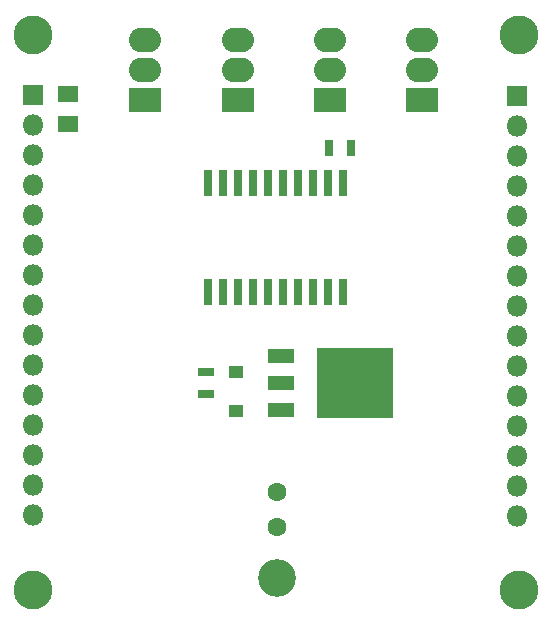
<source format=gts>
%TF.GenerationSoftware,KiCad,Pcbnew,5.1.5+dfsg1-2build2*%
%TF.CreationDate,2021-01-24T18:32:34+01:00*%
%TF.ProjectId,PlacaDynamixel,506c6163-6144-4796-9e61-6d6978656c2e,rev?*%
%TF.SameCoordinates,Original*%
%TF.FileFunction,Soldermask,Top*%
%TF.FilePolarity,Negative*%
%FSLAX46Y46*%
G04 Gerber Fmt 4.6, Leading zero omitted, Abs format (unit mm)*
G04 Created by KiCad (PCBNEW 5.1.5+dfsg1-2build2) date 2021-01-24 18:32:34*
%MOMM*%
%LPD*%
G04 APERTURE LIST*
%ADD10C,3.300000*%
%ADD11R,1.300000X1.000000*%
%ADD12R,0.838200X1.473200*%
%ADD13R,2.700000X2.100000*%
%ADD14O,2.700000X2.100000*%
%ADD15C,1.600000*%
%ADD16C,3.200000*%
%ADD17O,1.800000X1.800000*%
%ADD18R,1.800000X1.800000*%
%ADD19R,2.300000X1.300000*%
%ADD20R,6.500000X5.900000*%
%ADD21R,0.800000X1.400000*%
%ADD22R,1.400000X0.800000*%
%ADD23R,0.700000X2.160000*%
G04 APERTURE END LIST*
D10*
X166400000Y-114600000D03*
X125200000Y-114600000D03*
X125200000Y-67600000D03*
X166400000Y-67600000D03*
D11*
X142400000Y-96200000D03*
X142400000Y-99500000D03*
D12*
X128606400Y-72600000D03*
X127793600Y-72600000D03*
X127793600Y-75200000D03*
X128606400Y-75200000D03*
D13*
X158150000Y-73150000D03*
D14*
X158150000Y-70610000D03*
X158150000Y-68070000D03*
X134750000Y-68070000D03*
X134750000Y-70610000D03*
D13*
X134750000Y-73150000D03*
D15*
X145850000Y-106325000D03*
X145850000Y-109325000D03*
D16*
X145850000Y-113645000D03*
D13*
X150350000Y-73150000D03*
D14*
X150350000Y-70610000D03*
X150350000Y-68070000D03*
X142550000Y-68070000D03*
X142550000Y-70610000D03*
D13*
X142550000Y-73150000D03*
D17*
X125225000Y-108255000D03*
X125225000Y-105715000D03*
X125225000Y-103175000D03*
X125225000Y-100635000D03*
X125225000Y-98095000D03*
X125225000Y-95555000D03*
X125225000Y-93015000D03*
X125225000Y-90475000D03*
X125225000Y-87935000D03*
X125225000Y-85395000D03*
X125225000Y-82855000D03*
X125225000Y-80315000D03*
X125225000Y-77775000D03*
X125225000Y-75235000D03*
D18*
X125225000Y-72695000D03*
X166175000Y-72775000D03*
D17*
X166175000Y-75315000D03*
X166175000Y-77855000D03*
X166175000Y-80395000D03*
X166175000Y-82935000D03*
X166175000Y-85475000D03*
X166175000Y-88015000D03*
X166175000Y-90555000D03*
X166175000Y-93095000D03*
X166175000Y-95635000D03*
X166175000Y-98175000D03*
X166175000Y-100715000D03*
X166175000Y-103255000D03*
X166175000Y-105795000D03*
X166175000Y-108335000D03*
D19*
X146200000Y-94820000D03*
X146200000Y-97100000D03*
X146200000Y-99380000D03*
D20*
X152500000Y-97100000D03*
D21*
X152150000Y-77200000D03*
X150250000Y-77200000D03*
D22*
X139900000Y-98050000D03*
X139900000Y-96150000D03*
D23*
X151501753Y-80160000D03*
X150231753Y-80160000D03*
X148961753Y-80160000D03*
X147691753Y-80160000D03*
X146421753Y-80160000D03*
X145151753Y-80160000D03*
X143881753Y-80160000D03*
X142611753Y-80160000D03*
X141341753Y-80160000D03*
X140071753Y-80160000D03*
X140071753Y-89440000D03*
X141341753Y-89440000D03*
X142611753Y-89440000D03*
X143881753Y-89440000D03*
X145151753Y-89440000D03*
X146421753Y-89440000D03*
X147691753Y-89440000D03*
X148961753Y-89440000D03*
X150231753Y-89440000D03*
X151501753Y-89440000D03*
M02*

</source>
